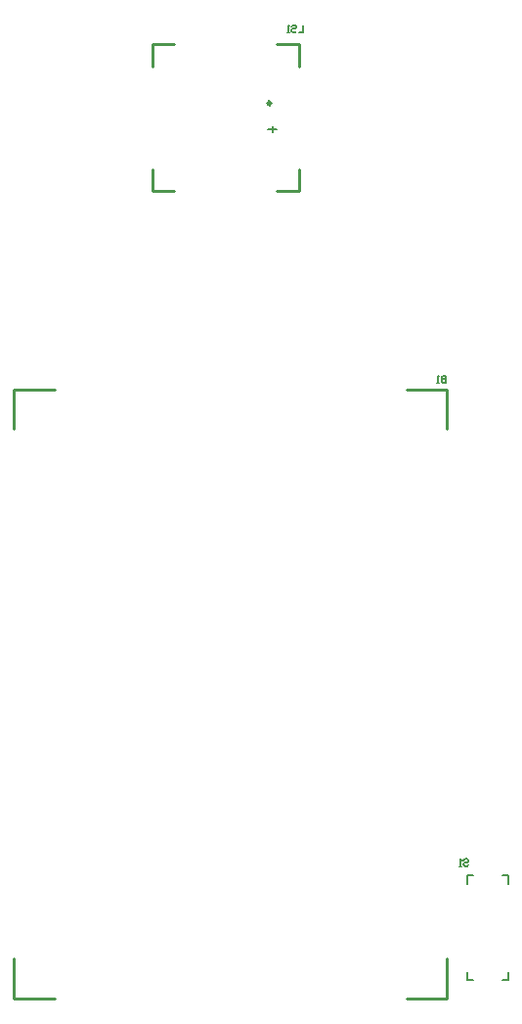
<source format=gbr>
%TF.GenerationSoftware,Altium Limited,Altium Designer,21.4.1 (30)*%
G04 Layer_Color=32896*
%FSLAX26Y26*%
%MOIN*%
%TF.SameCoordinates,C79CEFAC-E130-474B-83DD-F1A68A00FB65*%
%TF.FilePolarity,Positive*%
%TF.FileFunction,Legend,Bot*%
%TF.Part,Single*%
G01*
G75*
%TA.AperFunction,NonConductor*%
%ADD38C,0.012000*%
%ADD39C,0.010000*%
%ADD40C,0.005000*%
%ADD41C,0.006000*%
D38*
X153425Y3951000D02*
G03*
X153425Y3951000I-5000J0D01*
G01*
D39*
X615748Y2976024D02*
X753740D01*
Y2842559D02*
Y2976024D01*
X-722244D02*
X-584252D01*
X-722244Y2842559D02*
Y2976024D01*
Y903976D02*
Y1040000D01*
Y903976D02*
X-584252D01*
X615748D02*
X753740D01*
Y1040000D01*
X250608Y4076000D02*
Y4151000D01*
X173425D02*
X250608D01*
X-250000D02*
X-176575D01*
X-250000Y4076000D02*
Y4151000D01*
Y3651000D02*
Y3726000D01*
Y3651000D02*
X-176575D01*
X173425D02*
X250608D01*
Y3726000D01*
D40*
X160000Y3851000D02*
Y3871000D01*
X148750Y3861000D02*
X173425D01*
X145000D02*
X148750D01*
X823133Y1294000D02*
Y1321164D01*
X844000D01*
X964868Y1294000D02*
Y1321164D01*
X944000D02*
X964868D01*
Y966835D02*
Y994000D01*
X944000Y966835D02*
X964868D01*
X823133D02*
X844000D01*
X823133D02*
Y994000D01*
D41*
X812005Y1373994D02*
X816004Y1377992D01*
X824001D01*
X828000Y1373994D01*
Y1369995D01*
X824001Y1365996D01*
X816004D01*
X812005Y1361997D01*
Y1357999D01*
X816004Y1354000D01*
X824001D01*
X828000Y1357999D01*
X804008Y1354000D02*
X796010D01*
X800009D01*
Y1377992D01*
X804008Y1373994D01*
X751995Y3023996D02*
Y3000004D01*
X739999D01*
X736000Y3004003D01*
Y3008001D01*
X739999Y3012000D01*
X751995D01*
X739999D01*
X736000Y3015999D01*
Y3019997D01*
X739999Y3023996D01*
X751995D01*
X728003Y3000004D02*
X720005D01*
X724004D01*
Y3023996D01*
X728003Y3019997D01*
X264991Y4216996D02*
Y4193004D01*
X248996D01*
X225004Y4212997D02*
X229003Y4216996D01*
X237000D01*
X240999Y4212997D01*
Y4208999D01*
X237000Y4205000D01*
X229003D01*
X225004Y4201001D01*
Y4197003D01*
X229003Y4193004D01*
X237000D01*
X240999Y4197003D01*
X217006Y4193004D02*
X209009D01*
X213008D01*
Y4216996D01*
X217006Y4212997D01*
%TF.MD5,4f96169fe587f5fdd6a3b242a482c388*%
M02*

</source>
